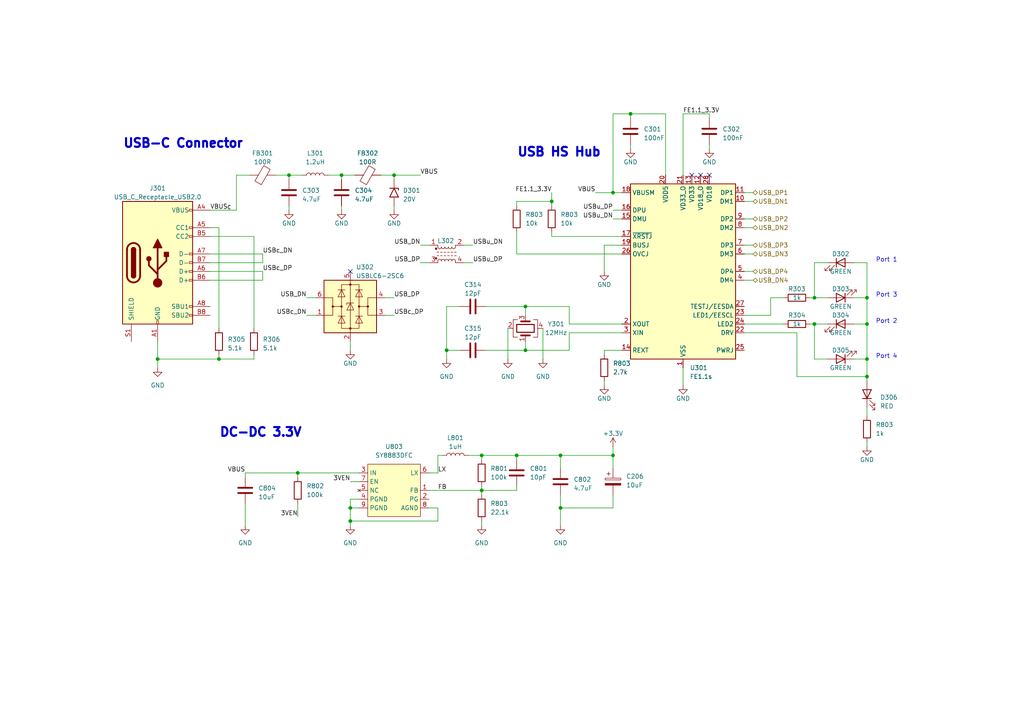
<source format=kicad_sch>
(kicad_sch (version 20230121) (generator eeschema)
  (paper "A4")
  (title_block (title "STM32 USB Audio Interface - USB and Power Supply") (date "2023-04-15") (rev "A"))
  (lib_symbols
    (symbol "Connector:USB_C_Receptacle_USB2.0" (pin_names (offset 1.016))
      (property "Reference" "J" (at -10.16 19.05 0))
      (property "Value" "USB_C_Receptacle_USB2.0" (at 19.05 19.05 0))
      (symbol "USB_C_Receptacle_USB2.0_0_0"
        (rectangle (start -0.254 -17.78) (end 0.254 -16.764))
        (rectangle (start 10.16 -14.986) (end 9.144 -15.494))
        (rectangle (start 10.16 -12.446) (end 9.144 -12.954))
        (rectangle (start 10.16 -4.826) (end 9.144 -5.334))
        (rectangle (start 10.16 -2.286) (end 9.144 -2.794))
        (rectangle (start 10.16 0.254) (end 9.144 -0.254))
        (rectangle (start 10.16 2.794) (end 9.144 2.286))
        (rectangle (start 10.16 7.874) (end 9.144 7.366))
        (rectangle (start 10.16 10.414) (end 9.144 9.906))
        (rectangle (start 10.16 15.494) (end 9.144 14.986))
      )
      (symbol "USB_C_Receptacle_USB2.0_0_1"
        (rectangle (start -10.16 17.78) (end 10.16 -17.78) (stroke (width 0.254)) (fill (type background)))
        (arc (start -8.89 -3.81) (mid -6.985 -5.7067) (end -5.08 -3.81) (stroke (width 0.508)))
        (arc (start -7.62 -3.81) (mid -6.985 -4.4423) (end -6.35 -3.81) (stroke (width 0.254)))
        (arc (start -7.62 -3.81) (mid -6.985 -4.4423) (end -6.35 -3.81) (stroke (width 0.254)) (fill (type outline)))
        (rectangle (start -7.62 -3.81) (end -6.35 3.81) (stroke (width 0.254)) (fill (type outline)))
        (arc (start -6.35 3.81) (mid -6.985 4.4423) (end -7.62 3.81) (stroke (width 0.254)))
        (arc (start -6.35 3.81) (mid -6.985 4.4423) (end -7.62 3.81) (stroke (width 0.254)) (fill (type outline)))
        (arc (start -5.08 3.81) (mid -6.985 5.7067) (end -8.89 3.81) (stroke (width 0.508)))
        (circle (center -2.54 1.143) (radius 0.635) (stroke (width 0.254)) (fill (type outline)))
        (circle (center 0 -5.842) (radius 1.27) (fill (type outline)))
        (polyline (pts (xy -8.89 -3.81) (xy -8.89 3.81)) (stroke (width 0.508)))
        (polyline (pts (xy -5.08 3.81) (xy -5.08 -3.81)) (stroke (width 0.508)))
        (polyline (pts (xy 0 -5.842) (xy 0 4.318)) (stroke (width 0.508)))
        (polyline (pts (xy 0 -3.302) (xy -2.54 -0.762) (xy -2.54 0.508)) (stroke (width 0.508)))
        (polyline (pts (xy 0 -2.032) (xy 2.54 0.508) (xy 2.54 1.778)) (stroke (width 0.508)))
        (polyline (pts (xy -1.27 4.318) (xy 0 6.858) (xy 1.27 4.318) (xy -1.27 4.318)) (stroke (width 0.254)) (fill (type outline)))
        (rectangle (start 1.905 1.778) (end 3.175 3.048) (stroke (width 0.254)) (fill (type outline)))
      )
      (symbol "USB_C_Receptacle_USB2.0_1_1"
        (pin passive line (at 0 -22.86 90) (length 5.08) (name "GND") (number "A1"))
        (pin passive line (at 0 -22.86 90) (length 5.08) hide (name "GND") (number "A12"))
        (pin passive line (at 15.24 15.24 180) (length 5.08) (name "VBUS") (number "A4"))
        (pin bidirectional line (at 15.24 10.16 180) (length 5.08) (name "CC1") (number "A5"))
        (pin bidirectional line (at 15.24 -2.54 180) (length 5.08) (name "D+") (number "A6"))
        (pin bidirectional line (at 15.24 2.54 180) (length 5.08) (name "D-") (number "A7"))
        (pin bidirectional line (at 15.24 -12.7 180) (length 5.08) (name "SBU1") (number "A8"))
        (pin passive line (at 15.24 15.24 180) (length 5.08) hide (name "VBUS") (number "A9"))
        (pin passive line (at 0 -22.86 90) (length 5.08) hide (name "GND") (number "B1"))
        (pin passive line (at 0 -22.86 90) (length 5.08) hide (name "GND") (number "B12"))
        (pin passive line (at 15.24 15.24 180) (length 5.08) hide (name "VBUS") (number "B4"))
        (pin bidirectional line (at 15.24 7.62 180) (length 5.08) (name "CC2") (number "B5"))
        (pin bidirectional line (at 15.24 -5.08 180) (length 5.08) (name "D+") (number "B6"))
        (pin bidirectional line (at 15.24 0 180) (length 5.08) (name "D-") (number "B7"))
        (pin bidirectional line (at 15.24 -15.24 180) (length 5.08) (name "SBU2") (number "B8"))
        (pin passive line (at 15.24 15.24 180) (length 5.08) hide (name "VBUS") (number "B9"))
        (pin passive line (at -7.62 -22.86 90) (length 5.08) (name "SHIELD") (number "S1"))
      )
    )
    (symbol "Device:C" (pin_numbers hide) (pin_names (offset 0.254))
      (property "Reference" "C" (at 0.635 2.54 0))
      (property "Value" "C" (at 0.635 -2.54 0))
      (symbol "C_0_1"
        (polyline (pts (xy -2.032 -0.762) (xy 2.032 -0.762)) (stroke (width 0.508)))
        (polyline (pts (xy -2.032 0.762) (xy 2.032 0.762)) (stroke (width 0.508)))
      )
      (symbol "C_1_1"
        (pin passive line (at 0 3.81 270) (length 2.794) (name "~") (number "1"))
        (pin passive line (at 0 -3.81 90) (length 2.794) (name "~") (number "2"))
      )
    )
    (symbol "Device:C_Polarized" (pin_numbers hide) (pin_names (offset 0.254))
      (property "Reference" "C" (at 0.635 2.54 0))
      (property "Value" "C_Polarized" (at 0.635 -2.54 0))
      (symbol "C_Polarized_0_1"
        (rectangle (start -2.286 0.508) (end 2.286 1.016))
        (polyline (pts (xy -1.778 2.286) (xy -0.762 2.286)))
        (polyline (pts (xy -1.27 2.794) (xy -1.27 1.778)))
        (rectangle (start 2.286 -0.508) (end -2.286 -1.016) (fill (type outline)))
      )
      (symbol "C_Polarized_1_1"
        (pin passive line (at 0 3.81 270) (length 2.794) (name "~") (number "1"))
        (pin passive line (at 0 -3.81 90) (length 2.794) (name "~") (number "2"))
      )
    )
    (symbol "Device:Crystal_GND24" (pin_names (offset 1.016) hide)
      (property "Reference" "Y" (at 3.175 5.08 0))
      (property "Value" "Crystal_GND24" (at 3.175 3.175 0))
      (symbol "Crystal_GND24_0_1"
        (rectangle (start -1.143 2.54) (end 1.143 -2.54) (stroke (width 0.3048)))
        (polyline (pts (xy -2.54 0) (xy -2.032 0)))
        (polyline (pts (xy -2.032 -1.27) (xy -2.032 1.27)) (stroke (width 0.508)))
        (polyline (pts (xy 0 -3.81) (xy 0 -3.556)))
        (polyline (pts (xy 0 3.556) (xy 0 3.81)))
        (polyline (pts (xy 2.032 -1.27) (xy 2.032 1.27)) (stroke (width 0.508)))
        (polyline (pts (xy 2.032 0) (xy 2.54 0)))
        (polyline (pts (xy -2.54 -2.286) (xy -2.54 -3.556) (xy 2.54 -3.556) (xy 2.54 -2.286)))
        (polyline (pts (xy -2.54 2.286) (xy -2.54 3.556) (xy 2.54 3.556) (xy 2.54 2.286)))
      )
      (symbol "Crystal_GND24_1_1"
        (pin passive line (at -3.81 0 0) (length 1.27) (name "1") (number "1"))
        (pin passive line (at 0 5.08 270) (length 1.27) (name "2") (number "2"))
        (pin passive line (at 3.81 0 180) (length 1.27) (name "3") (number "3"))
        (pin passive line (at 0 -5.08 90) (length 1.27) (name "4") (number "4"))
      )
    )
    (symbol "Device:FerriteBead" (pin_numbers hide) (pin_names (offset 0))
      (property "Reference" "FB" (at -3.81 0.635 90))
      (property "Value" "FerriteBead" (at 3.81 0 90))
      (symbol "FerriteBead_0_1"
        (polyline (pts (xy 0 -1.27) (xy 0 -1.2192)))
        (polyline (pts (xy 0 1.27) (xy 0 1.2954)))
        (polyline (pts (xy -2.7686 0.4064) (xy -1.7018 2.2606) (xy 2.7686 -0.3048) (xy 1.6764 -2.159) (xy -2.7686 0.4064)))
      )
      (symbol "FerriteBead_1_1"
        (pin passive line (at 0 3.81 270) (length 2.54) (name "~") (number "1"))
        (pin passive line (at 0 -3.81 90) (length 2.54) (name "~") (number "2"))
      )
    )
    (symbol "Device:L" (pin_numbers hide) (pin_names (offset 1.016) hide)
      (property "Reference" "L" (at -1.27 0 90))
      (property "Value" "L" (at 1.905 0 90))
      (symbol "L_0_1"
        (arc (start 0 -2.54) (mid 0.6323 -1.905) (end 0 -1.27))
        (arc (start 0 -1.27) (mid 0.6323 -0.635) (end 0 0))
        (arc (start 0 0) (mid 0.6323 0.635) (end 0 1.27))
        (arc (start 0 1.27) (mid 0.6323 1.905) (end 0 2.54))
      )
      (symbol "L_1_1"
        (pin passive line (at 0 3.81 270) (length 1.27) (name "1") (number "1"))
        (pin passive line (at 0 -3.81 90) (length 1.27) (name "2") (number "2"))
      )
    )
    (symbol "Device:LED" (pin_numbers hide) (pin_names (offset 1.016) hide)
      (property "Reference" "D" (at 0 2.54 0))
      (property "Value" "LED" (at 0 -2.54 0))
      (symbol "LED_0_1"
        (polyline (pts (xy -1.27 -1.27) (xy -1.27 1.27)) (stroke (width 0.254)))
        (polyline (pts (xy -1.27 0) (xy 1.27 0)))
        (polyline (pts (xy 1.27 -1.27) (xy 1.27 1.27) (xy -1.27 0) (xy 1.27 -1.27)) (stroke (width 0.254)))
        (polyline (pts (xy -3.048 -0.762) (xy -4.572 -2.286) (xy -3.81 -2.286) (xy -4.572 -2.286) (xy -4.572 -1.524)))
        (polyline (pts (xy -1.778 -0.762) (xy -3.302 -2.286) (xy -2.54 -2.286) (xy -3.302 -2.286) (xy -3.302 -1.524)))
      )
      (symbol "LED_1_1"
        (pin passive line (at -3.81 0 0) (length 2.54) (name "K") (number "1"))
        (pin passive line (at 3.81 0 180) (length 2.54) (name "A") (number "2"))
      )
    )
    (symbol "Device:L_Ferrite_Coupled" (pin_names (offset 0.254) hide)
      (property "Reference" "L" (at 0 4.445 0))
      (property "Value" "L_Ferrite_Coupled" (at 0 -4.445 0))
      (symbol "L_Ferrite_Coupled_0_1"
        (circle (center -3.048 -1.27) (radius 0.254) (fill (type outline)))
        (circle (center -3.048 1.524) (radius 0.254) (fill (type outline)))
        (arc (start -2.54 2.032) (mid -2.032 1.5262) (end -1.524 2.032))
        (arc (start -1.524 -2.032) (mid -2.032 -1.5262) (end -2.54 -2.032))
        (arc (start -1.524 2.032) (mid -1.016 1.5262) (end -0.508 2.032))
        (arc (start -0.508 -2.032) (mid -1.016 -1.5262) (end -1.524 -2.032))
        (arc (start -0.508 2.032) (mid 0 1.5262) (end 0.508 2.032))
        (polyline (pts (xy -2.794 -0.508) (xy -2.286 -0.508)))
        (polyline (pts (xy -2.794 0.508) (xy -2.286 0.508)))
        (polyline (pts (xy -2.54 -2.032) (xy -2.54 -2.54)))
        (polyline (pts (xy -2.54 2.032) (xy -2.54 2.54)))
        (polyline (pts (xy -1.778 -0.508) (xy -1.27 -0.508)))
        (polyline (pts (xy -1.778 0.508) (xy -1.27 0.508)))
        (polyline (pts (xy -0.762 -0.508) (xy -0.254 -0.508)))
        (polyline (pts (xy -0.762 0.508) (xy -0.254 0.508)))
        (polyline (pts (xy 0.254 -0.508) (xy 0.762 -0.508)))
        (polyline (pts (xy 0.254 0.508) (xy 0.762 0.508)))
        (polyline (pts (xy 1.27 -0.508) (xy 1.778 -0.508)))
        (polyline (pts (xy 1.27 0.508) (xy 1.778 0.508)))
        (polyline (pts (xy 2.286 -0.508) (xy 2.794 -0.508)))
        (polyline (pts (xy 2.286 0.508) (xy 2.794 0.508)))
        (polyline (pts (xy 2.54 -2.032) (xy 2.54 -2.54)))
        (polyline (pts (xy 2.54 2.54) (xy 2.54 2.032)))
        (arc (start 0.508 -2.032) (mid 0 -1.5262) (end -0.508 -2.032))
        (arc (start 0.508 2.032) (mid 1.016 1.5262) (end 1.524 2.032))
        (arc (start 1.524 -2.032) (mid 1.016 -1.5262) (end 0.508 -2.032))
        (arc (start 1.524 2.032) (mid 2.032 1.5262) (end 2.54 2.032))
        (arc (start 2.54 -2.032) (mid 2.032 -1.5262) (end 1.524 -2.032))
      )
      (symbol "L_Ferrite_Coupled_1_1"
        (pin passive line (at -5.08 2.54 0) (length 2.54) (name "1") (number "1"))
        (pin passive line (at 5.08 2.54 180) (length 2.54) (name "2") (number "2"))
        (pin passive line (at -5.08 -2.54 0) (length 2.54) (name "3") (number "3"))
        (pin passive line (at 5.08 -2.54 180) (length 2.54) (name "4") (number "4"))
      )
    )
    (symbol "Device:R" (pin_numbers hide) (pin_names (offset 0))
      (property "Reference" "R" (at 2.032 0 90))
      (property "Value" "R" (at 0 0 90))
      (symbol "R_0_1"
        (rectangle (start -1.016 -2.54) (end 1.016 2.54) (stroke (width 0.254)))
      )
      (symbol "R_1_1"
        (pin passive line (at 0 3.81 270) (length 1.27) (name "~") (number "1"))
        (pin passive line (at 0 -3.81 90) (length 1.27) (name "~") (number "2"))
      )
    )
    (symbol "Diode:SM6T22A" (pin_numbers hide) (pin_names (offset 1.016) hide)
      (property "Reference" "D" (at 0 2.54 0))
      (property "Value" "SM6T22A" (at 0 -2.54 0))
      (symbol "SM6T22A_0_1"
        (polyline (pts (xy -0.762 1.27) (xy -1.27 1.27) (xy -1.27 -1.27)) (stroke (width 0.254)))
        (polyline (pts (xy 1.27 1.27) (xy 1.27 -1.27) (xy -1.27 0) (xy 1.27 1.27)) (stroke (width 0.254)))
      )
      (symbol "SM6T22A_1_1"
        (pin passive line (at -3.81 0 0) (length 2.54) (name "A1") (number "1"))
        (pin passive line (at 3.81 0 180) (length 2.54) (name "A2") (number "2"))
      )
    )
    (symbol "GND_1" (power) (pin_names (offset 0))
      (property "Value" "GND_1" (at 0 -3.81 0))
      (symbol "GND_1_0_1"
        (polyline (pts (xy 0 0) (xy 0 -1.27) (xy 1.27 -1.27) (xy 0 -2.54) (xy -1.27 -1.27) (xy 0 -1.27)))
      )
      (symbol "GND_1_1_1"
        (pin power_in line (at 0 0 270) (length 0) hide (name "GND") (number "1"))
      )
    )
    (symbol "GND_2" (power) (pin_names (offset 0))
      (property "Value" "GND_2" (at 0 -3.81 0))
      (symbol "GND_2_0_1"
        (polyline (pts (xy 0 0) (xy 0 -1.27) (xy 1.27 -1.27) (xy 0 -2.54) (xy -1.27 -1.27) (xy 0 -1.27)))
      )
      (symbol "GND_2_1_1"
        (pin power_in line (at 0 0 270) (length 0) hide (name "GND") (number "1"))
      )
    )
    (symbol "Interface_USB:FE1.1s"
      (property "Reference" "U" (at -11.43 26.67 0))
      (property "Value" "FE1.1s" (at 12.7 27.94 0))
      (symbol "FE1.1s_0_1"
        (rectangle (start -15.24 25.4) (end 15.24 -25.4) (stroke (width 0.254)) (fill (type background)))
      )
      (symbol "FE1.1s_1_1"
        (pin power_in line (at 0 -27.94 90) (length 2.54) (name "VSS") (number "1"))
        (pin bidirectional line (at 17.78 20.32 180) (length 2.54) (name "DM1") (number "10"))
        (pin bidirectional line (at 17.78 22.86 180) (length 2.54) (name "DP1") (number "11"))
        (pin power_out line (at 5.08 27.94 270) (length 2.54) (name "VD18_O") (number "12"))
        (pin power_in line (at 2.54 27.94 270) (length 2.54) (name "VD33") (number "13"))
        (pin passive line (at -17.78 -22.86 0) (length 2.54) (name "REXT") (number "14"))
        (pin bidirectional line (at -17.78 15.24 0) (length 2.54) (name "DMU") (number "15"))
        (pin bidirectional line (at -17.78 17.78 0) (length 2.54) (name "DPU") (number "16"))
        (pin input line (at -17.78 10.16 0) (length 2.54) (name "~{XRSTJ}") (number "17"))
        (pin input line (at -17.78 22.86 0) (length 2.54) (name "VBUSM") (number "18"))
        (pin input line (at -17.78 7.62 0) (length 2.54) (name "BUSJ") (number "19"))
        (pin output line (at -17.78 -15.24 0) (length 2.54) (name "XOUT") (number "2"))
        (pin power_in line (at -5.08 27.94 270) (length 2.54) (name "VDD5") (number "20"))
        (pin power_out line (at 0 27.94 270) (length 2.54) (name "VD33_O") (number "21"))
        (pin bidirectional line (at 17.78 -17.78 180) (length 2.54) (name "DRV") (number "22"))
        (pin bidirectional line (at 17.78 -12.7 180) (length 2.54) (name "LED1/EESCL") (number "23"))
        (pin bidirectional line (at 17.78 -15.24 180) (length 2.54) (name "LED2") (number "24"))
        (pin output line (at 17.78 -22.86 180) (length 2.54) (name "PWRJ") (number "25"))
        (pin input line (at -17.78 5.08 0) (length 2.54) (name "OVCJ") (number "26"))
        (pin bidirectional line (at 17.78 -10.16 180) (length 2.54) (name "TESTJ/EESDA") (number "27"))
        (pin power_in line (at 7.62 27.94 270) (length 2.54) (name "VD18") (number "28"))
        (pin input line (at -17.78 -17.78 0) (length 2.54) (name "XIN") (number "3"))
        (pin bidirectional line (at 17.78 -2.54 180) (length 2.54) (name "DM4") (number "4"))
        (pin bidirectional line (at 17.78 0 180) (length 2.54) (name "DP4") (number "5"))
        (pin bidirectional line (at 17.78 5.08 180) (length 2.54) (name "DM3") (number "6"))
        (pin bidirectional line (at 17.78 7.62 180) (length 2.54) (name "DP3") (number "7"))
        (pin bidirectional line (at 17.78 12.7 180) (length 2.54) (name "DM2") (number "8"))
        (pin bidirectional line (at 17.78 15.24 180) (length 2.54) (name "DP2") (number "9"))
      )
    )
    (symbol "MyLibrary:SY8883DFC"
      (property "Reference" "U" (at 0 11.43 0))
      (property "Value" "SY8883DFC" (at 0 8.89 0))
      (symbol "SY8883DFC_0_0"
        (pin input line (at 10.16 0 180) (length 2.54) (name "FB") (number "1"))
        (pin open_emitter line (at 10.16 -2.54 180) (length 2.54) (name "PG") (number "2"))
        (pin power_in line (at -10.16 5.08 0) (length 2.54) (name "IN") (number "3"))
        (pin power_in line (at -10.16 -2.54 0) (length 2.54) (name "PGND") (number "4"))
        (pin no_connect line (at -10.16 0 0) (length 2.54) (name "NC") (number "5"))
        (pin power_out line (at 10.16 5.08 180) (length 2.54) (name "LX") (number "6"))
        (pin input line (at -10.16 2.54 0) (length 2.54) (name "EN") (number "7"))
        (pin power_in line (at 10.16 -5.08 180) (length 2.54) (name "AGND") (number "8"))
        (pin power_in line (at -10.16 -5.08 0) (length 2.54) (name "PGND") (number "9"))
      )
      (symbol "SY8883DFC_0_1"
        (rectangle (start -7.62 7.62) (end 7.62 -7.62) (fill (type background)))
      )
    )
    (symbol "Power_Protection:USBLC6-2SC6" (pin_names hide)
      (property "Reference" "U" (at 2.54 8.89 0))
      (property "Value" "USBLC6-2SC6" (at 2.54 -8.89 0))
      (symbol "USBLC6-2SC6_0_1"
        (rectangle (start -7.62 -7.62) (end 7.62 7.62) (stroke (width 0.254)) (fill (type background)))
        (circle (center -5.08 0) (radius 0.254) (fill (type outline)))
        (circle (center -2.54 0) (radius 0.254) (fill (type outline)))
        (rectangle (start -2.54 6.35) (end 2.54 -6.35))
        (circle (center 0 -6.35) (radius 0.254) (fill (type outline)))
        (polyline (pts (xy -5.08 -2.54) (xy -7.62 -2.54)))
        (polyline (pts (xy -5.08 0) (xy -5.08 -2.54)))
        (polyline (pts (xy -5.08 2.54) (xy -7.62 2.54)))
        (polyline (pts (xy -1.524 -2.794) (xy -3.556 -2.794)))
        (polyline (pts (xy -1.524 4.826) (xy -3.556 4.826)))
        (polyline (pts (xy 0 -7.62) (xy 0 -6.35)))
        (polyline (pts (xy 0 -6.35) (xy 0 1.27)))
        (polyline (pts (xy 0 1.27) (xy 0 6.35)))
        (polyline (pts (xy 0 6.35) (xy 0 7.62)))
        (polyline (pts (xy 1.524 -2.794) (xy 3.556 -2.794)))
        (polyline (pts (xy 1.524 4.826) (xy 3.556 4.826)))
        (polyline (pts (xy 5.08 -2.54) (xy 7.62 -2.54)))
        (polyline (pts (xy 5.08 0) (xy 5.08 -2.54)))
        (polyline (pts (xy 5.08 2.54) (xy 7.62 2.54)))
        (polyline (pts (xy -2.54 0) (xy -5.08 0) (xy -5.08 2.54)))
        (polyline (pts (xy 2.54 0) (xy 5.08 0) (xy 5.08 2.54)))
        (polyline (pts (xy -3.556 -4.826) (xy -1.524 -4.826) (xy -2.54 -2.794) (xy -3.556 -4.826)))
        (polyline (pts (xy -3.556 2.794) (xy -1.524 2.794) (xy -2.54 4.826) (xy -3.556 2.794)))
        (polyline (pts (xy -1.016 -1.016) (xy 1.016 -1.016) (xy 0 1.016) (xy -1.016 -1.016)))
        (polyline (pts (xy 1.016 1.016) (xy 0.762 1.016) (xy -1.016 1.016) (xy -1.016 0.508)))
        (polyline (pts (xy 3.556 -4.826) (xy 1.524 -4.826) (xy 2.54 -2.794) (xy 3.556 -4.826)))
        (polyline (pts (xy 3.556 2.794) (xy 1.524 2.794) (xy 2.54 4.826) (xy 3.556 2.794)))
        (circle (center 0 6.35) (radius 0.254) (fill (type outline)))
        (circle (center 2.54 0) (radius 0.254) (fill (type outline)))
        (circle (center 5.08 0) (radius 0.254) (fill (type outline)))
      )
      (symbol "USBLC6-2SC6_1_1"
        (pin passive line (at -10.16 -2.54 0) (length 2.54) (name "I/O1") (number "1"))
        (pin passive line (at 0 -10.16 90) (length 2.54) (name "GND") (number "2"))
        (pin passive line (at 10.16 -2.54 180) (length 2.54) (name "I/O2") (number "3"))
        (pin passive line (at 10.16 2.54 180) (length 2.54) (name "I/O2") (number "4"))
        (pin passive line (at 0 10.16 270) (length 2.54) (name "VBUS") (number "5"))
        (pin passive line (at -10.16 2.54 0) (length 2.54) (name "I/O1") (number "6"))
      )
    )
    (symbol "power:+3.3V" (power) (pin_names (offset 0))
      (property "Value" "+3.3V" (at 0 3.556 0))
      (symbol "+3.3V_0_1"
        (polyline (pts (xy -0.762 1.27) (xy 0 2.54)))
        (polyline (pts (xy 0 0) (xy 0 2.54)))
        (polyline (pts (xy 0 2.54) (xy 0.762 1.27)))
      )
      (symbol "+3.3V_1_1"
        (pin power_in line (at 0 0 90) (length 0) hide (name "+3.3V") (number "1"))
      )
    )
    (symbol "power:GND" (power) (pin_names (offset 0))
      (property "Value" "GND" (at 0 -3.81 0))
      (symbol "GND_0_1"
        (polyline (pts (xy 0 0) (xy 0 -1.27) (xy 1.27 -1.27) (xy 0 -2.54) (xy -1.27 -1.27) (xy 0 -1.27)))
      )
      (symbol "GND_1_1"
        (pin power_in line (at 0 0 270) (length 0) hide (name "GND") (number "1"))
      )
    )
  )
  (junction (at 101.6 151.13))
  (junction (at 177.8 55.88))
  (junction (at 86.36 137.16))
  (junction (at 63.5 104.14))
  (junction (at 162.56 132.08))
  (junction (at 160.02 58.42))
  (junction (at 251.46 109.22))
  (junction (at 83.82 50.8))
  (junction (at 101.6 147.32))
  (junction (at 139.7 142.24))
  (junction (at 177.8 132.08))
  (junction (at 251.46 93.98))
  (junction (at 182.88 33.02))
  (junction (at 236.22 93.98))
  (junction (at 251.46 86.36))
  (junction (at 152.4 101.6))
  (junction (at 114.3 50.8))
  (junction (at 139.7 132.08))
  (junction (at 251.46 104.14))
  (junction (at 152.4 88.9))
  (junction (at 149.86 132.08))
  (junction (at 236.22 86.36))
  (junction (at 99.06 50.8))
  (junction (at 162.56 147.32))
  (junction (at 45.72 104.14))
  (junction (at 129.54 101.6))
  (no_connect (at 200.66 50.8))
  (no_connect (at 101.6 78.74))
  (no_connect (at 203.2 50.8))
  (no_connect (at 205.74 50.8))
  (wire (pts (xy 177.8 135.89) (xy 177.8 132.08)))
  (wire (pts (xy 193.04 33.02) (xy 193.04 50.8)))
  (wire (pts (xy 175.26 101.6) (xy 180.34 101.6)))
  (wire (pts (xy 180.34 96.52) (xy 165.1 96.52)))
  (wire (pts (xy 165.1 96.52) (xy 165.1 101.6)))
  (wire (pts (xy 83.82 50.8) (xy 87.63 50.8)))
  (wire (pts (xy 162.56 143.51) (xy 162.56 147.32)))
  (wire (pts (xy 251.46 93.98) (xy 251.46 104.14)))
  (wire (pts (xy 101.6 151.13) (xy 101.6 152.4)))
  (wire (pts (xy 223.52 86.36) (xy 227.33 86.36)))
  (wire (pts (xy 101.6 99.06) (xy 101.6 101.6)))
  (wire (pts (xy 80.01 50.8) (xy 83.82 50.8)))
  (wire (pts (xy 86.36 146.05) (xy 86.36 149.86)))
  (wire (pts (xy 114.3 59.69) (xy 114.3 60.96)))
  (wire (pts (xy 135.89 132.08) (xy 139.7 132.08)))
  (wire (pts (xy 99.06 50.8) (xy 102.87 50.8)))
  (wire (pts (xy 152.4 88.9) (xy 165.1 88.9)))
  (wire (pts (xy 139.7 132.08) (xy 139.7 133.35)))
  (wire (pts (xy 124.46 142.24) (xy 139.7 142.24)))
  (wire (pts (xy 86.36 137.16) (xy 104.14 137.16)))
  (wire (pts (xy 149.86 132.08) (xy 139.7 132.08)))
  (wire (pts (xy 251.46 104.14) (xy 251.46 109.22)))
  (wire (pts (xy 152.4 99.06) (xy 152.4 101.6)))
  (wire (pts (xy 236.22 76.2) (xy 236.22 86.36)))
  (wire (pts (xy 175.26 110.49) (xy 175.26 111.76)))
  (wire (pts (xy 127 132.08) (xy 128.27 132.08)))
  (wire (pts (xy 124.46 76.2) (xy 121.92 76.2)))
  (wire (pts (xy 177.8 143.51) (xy 177.8 147.32)))
  (wire (pts (xy 182.88 33.02) (xy 193.04 33.02)))
  (wire (pts (xy 140.97 101.6) (xy 152.4 101.6)))
  (wire (pts (xy 99.06 52.07) (xy 99.06 50.8)))
  (wire (pts (xy 205.74 41.91) (xy 205.74 43.18)))
  (wire (pts (xy 127 151.13) (xy 101.6 151.13)))
  (wire (pts (xy 73.66 68.58) (xy 73.66 95.25)))
  (wire (pts (xy 45.72 99.06) (xy 45.72 104.14)))
  (wire (pts (xy 60.96 68.58) (xy 73.66 68.58)))
  (wire (pts (xy 198.12 106.68) (xy 198.12 111.76)))
  (wire (pts (xy 147.32 104.14) (xy 147.32 95.25)))
  (wire (pts (xy 223.52 91.44) (xy 223.52 86.36)))
  (wire (pts (xy 240.03 93.98) (xy 236.22 93.98)))
  (wire (pts (xy 68.58 50.8) (xy 72.39 50.8)))
  (wire (pts (xy 251.46 109.22) (xy 231.14 109.22)))
  (wire (pts (xy 251.46 120.65) (xy 251.46 118.11)))
  (wire (pts (xy 160.02 58.42) (xy 160.02 59.69)))
  (wire (pts (xy 177.8 55.88) (xy 180.34 55.88)))
  (wire (pts (xy 83.82 59.69) (xy 83.82 60.96)))
  (wire (pts (xy 177.8 55.88) (xy 177.8 33.02)))
  (wire (pts (xy 218.44 78.74) (xy 215.9 78.74)))
  (wire (pts (xy 218.44 66.04) (xy 215.9 66.04)))
  (wire (pts (xy 234.95 93.98) (xy 236.22 93.98)))
  (wire (pts (xy 149.86 133.35) (xy 149.86 132.08)))
  (wire (pts (xy 198.12 33.02) (xy 205.74 33.02)))
  (wire (pts (xy 149.86 58.42) (xy 149.86 59.69)))
  (wire (pts (xy 182.88 33.02) (xy 182.88 34.29)))
  (wire (pts (xy 215.9 93.98) (xy 227.33 93.98)))
  (wire (pts (xy 165.1 88.9) (xy 165.1 93.98)))
  (wire (pts (xy 162.56 132.08) (xy 177.8 132.08)))
  (wire (pts (xy 160.02 55.88) (xy 160.02 58.42)))
  (wire (pts (xy 231.14 109.22) (xy 231.14 96.52)))
  (wire (pts (xy 45.72 104.14) (xy 45.72 106.68)))
  (wire (pts (xy 234.95 86.36) (xy 236.22 86.36)))
  (wire (pts (xy 63.5 95.25) (xy 63.5 66.04)))
  (wire (pts (xy 129.54 101.6) (xy 133.35 101.6)))
  (wire (pts (xy 162.56 132.08) (xy 149.86 132.08)))
  (wire (pts (xy 139.7 142.24) (xy 139.7 143.51)))
  (wire (pts (xy 129.54 104.14) (xy 129.54 101.6)))
  (wire (pts (xy 71.12 146.05) (xy 71.12 152.4)))
  (wire (pts (xy 88.9 86.36) (xy 91.44 86.36)))
  (wire (pts (xy 124.46 71.12) (xy 121.92 71.12)))
  (wire (pts (xy 111.76 86.36) (xy 114.3 86.36)))
  (wire (pts (xy 251.46 104.14) (xy 247.65 104.14)))
  (wire (pts (xy 104.14 144.78) (xy 101.6 144.78)))
  (wire (pts (xy 45.72 104.14) (xy 63.5 104.14)))
  (wire (pts (xy 218.44 73.66) (xy 215.9 73.66)))
  (wire (pts (xy 104.14 147.32) (xy 101.6 147.32)))
  (wire (pts (xy 63.5 66.04) (xy 60.96 66.04)))
  (wire (pts (xy 218.44 71.12) (xy 215.9 71.12)))
  (wire (pts (xy 240.03 76.2) (xy 236.22 76.2)))
  (wire (pts (xy 149.86 140.97) (xy 149.86 142.24)))
  (wire (pts (xy 114.3 50.8) (xy 110.49 50.8)))
  (wire (pts (xy 177.8 33.02) (xy 182.88 33.02)))
  (wire (pts (xy 76.2 78.74) (xy 76.2 81.28)))
  (wire (pts (xy 124.46 147.32) (xy 127 147.32)))
  (wire (pts (xy 60.96 81.28) (xy 76.2 81.28)))
  (wire (pts (xy 114.3 50.8) (xy 121.92 50.8)))
  (wire (pts (xy 137.16 76.2) (xy 134.62 76.2)))
  (wire (pts (xy 71.12 137.16) (xy 86.36 137.16)))
  (wire (pts (xy 251.46 76.2) (xy 251.46 86.36)))
  (wire (pts (xy 205.74 33.02) (xy 205.74 34.29)))
  (wire (pts (xy 73.66 102.87) (xy 73.66 104.14)))
  (wire (pts (xy 247.65 76.2) (xy 251.46 76.2)))
  (wire (pts (xy 152.4 101.6) (xy 165.1 101.6)))
  (wire (pts (xy 182.88 41.91) (xy 182.88 43.18)))
  (wire (pts (xy 127 137.16) (xy 127 132.08)))
  (wire (pts (xy 99.06 50.8) (xy 95.25 50.8)))
  (wire (pts (xy 218.44 55.88) (xy 215.9 55.88)))
  (wire (pts (xy 60.96 60.96) (xy 68.58 60.96)))
  (wire (pts (xy 180.34 68.58) (xy 160.02 68.58)))
  (wire (pts (xy 127 147.32) (xy 127 151.13)))
  (wire (pts (xy 251.46 86.36) (xy 251.46 93.98)))
  (wire (pts (xy 215.9 91.44) (xy 223.52 91.44)))
  (wire (pts (xy 101.6 147.32) (xy 101.6 151.13)))
  (wire (pts (xy 114.3 52.07) (xy 114.3 50.8)))
  (wire (pts (xy 101.6 144.78) (xy 101.6 147.32)))
  (wire (pts (xy 124.46 137.16) (xy 127 137.16)))
  (wire (pts (xy 236.22 86.36) (xy 240.03 86.36)))
  (wire (pts (xy 251.46 86.36) (xy 247.65 86.36)))
  (wire (pts (xy 236.22 93.98) (xy 236.22 104.14)))
  (wire (pts (xy 139.7 140.97) (xy 139.7 142.24)))
  (wire (pts (xy 137.16 71.12) (xy 134.62 71.12)))
  (wire (pts (xy 76.2 73.66) (xy 76.2 76.2)))
  (wire (pts (xy 251.46 129.54) (xy 251.46 128.27)))
  (wire (pts (xy 86.36 138.43) (xy 86.36 137.16)))
  (wire (pts (xy 149.86 142.24) (xy 139.7 142.24)))
  (wire (pts (xy 152.4 91.44) (xy 152.4 88.9)))
  (wire (pts (xy 160.02 68.58) (xy 160.02 67.31)))
  (wire (pts (xy 218.44 81.28) (xy 215.9 81.28)))
  (wire (pts (xy 177.8 63.5) (xy 180.34 63.5)))
  (wire (pts (xy 218.44 58.42) (xy 215.9 58.42)))
  (wire (pts (xy 215.9 96.52) (xy 231.14 96.52)))
  (wire (pts (xy 71.12 137.16) (xy 71.12 138.43)))
  (wire (pts (xy 99.06 59.69) (xy 99.06 60.96)))
  (wire (pts (xy 83.82 50.8) (xy 83.82 52.07)))
  (wire (pts (xy 172.72 55.88) (xy 177.8 55.88)))
  (wire (pts (xy 140.97 88.9) (xy 152.4 88.9)))
  (wire (pts (xy 157.48 95.25) (xy 157.48 104.14)))
  (wire (pts (xy 162.56 147.32) (xy 162.56 152.4)))
  (wire (pts (xy 68.58 60.96) (xy 68.58 50.8)))
  (wire (pts (xy 88.9 91.44) (xy 91.44 91.44)))
  (wire (pts (xy 160.02 58.42) (xy 149.86 58.42)))
  (wire (pts (xy 63.5 102.87) (xy 63.5 104.14)))
  (wire (pts (xy 165.1 93.98) (xy 180.34 93.98)))
  (wire (pts (xy 60.96 73.66) (xy 76.2 73.66)))
  (wire (pts (xy 129.54 101.6) (xy 129.54 88.9)))
  (wire (pts (xy 111.76 91.44) (xy 114.3 91.44)))
  (wire (pts (xy 76.2 78.74) (xy 60.96 78.74)))
  (wire (pts (xy 180.34 73.66) (xy 149.86 73.66)))
  (wire (pts (xy 198.12 50.8) (xy 198.12 33.02)))
  (wire (pts (xy 218.44 63.5) (xy 215.9 63.5)))
  (wire (pts (xy 63.5 104.14) (xy 73.66 104.14)))
  (wire (pts (xy 129.54 88.9) (xy 133.35 88.9)))
  (wire (pts (xy 175.26 101.6) (xy 175.26 102.87)))
  (wire (pts (xy 139.7 151.13) (xy 139.7 152.4)))
  (wire (pts (xy 251.46 109.22) (xy 251.46 110.49)))
  (wire (pts (xy 177.8 129.54) (xy 177.8 132.08)))
  (wire (pts (xy 101.6 139.7) (xy 104.14 139.7)))
  (wire (pts (xy 162.56 135.89) (xy 162.56 132.08)))
  (wire (pts (xy 180.34 71.12) (xy 175.26 71.12)))
  (wire (pts (xy 236.22 104.14) (xy 240.03 104.14)))
  (wire (pts (xy 162.56 147.32) (xy 177.8 147.32)))
  (wire (pts (xy 177.8 60.96) (xy 180.34 60.96)))
  (wire (pts (xy 175.26 71.12) (xy 175.26 78.74)))
  (wire (pts (xy 60.96 76.2) (xy 76.2 76.2)))
  (wire (pts (xy 247.65 93.98) (xy 251.46 93.98)))
  (wire (pts (xy 149.86 73.66) (xy 149.86 67.31)))
  (text "Port 3" (at 254 86.36 0) (effects (font (size 1.27 1.27)) (justify left bottom)))
  (text "USB-C Connector" (at 35.56 43.18 0) (effects (font (size 2.54 2.54) (thickness 0.6) bold) (justify left bottom)))
  (text "USB HS Hub" (at 149.86 45.72 0) (effects (font (size 2.54 2.54) (thickness 0.6) bold) (justify left bottom)))
  (text "Port 2" (at 254 93.98 0) (effects (font (size 1.27 1.27)) (justify left bottom)))
  (text "Port 1" (at 254 76.2 0) (effects (font (size 1.27 1.27)) (justify left bottom)))
  (text "DC-DC 3.3V" (at 63.5 127 0) (effects (font (size 2.54 2.54) (thickness 0.6) bold) (justify left bottom)))
  (text "Port 4" (at 254 104.14 0) (effects (font (size 1.27 1.27)) (justify left bottom)))
  (label "VBUS" (at 71.12 137.16 180))
  (label "USBu_DN" (at 177.8 63.5 180))
  (label "USB_DP" (at 114.3 86.36 0))
  (label "FE1.1_3.3V" (at 198.12 33.02 0))
  (label "USBu_DP" (at 177.8 60.96 180))
  (label "LX" (at 127 137.16 0))
  (label "FE1.1_3.3V" (at 160.02 55.88 180))
  (label "USBc_DN" (at 76.2 73.66 0))
  (label "VBUS" (at 172.72 55.88 180))
  (label "USBc_DP" (at 114.3 91.44 0))
  (label "USBc_DN" (at 88.9 91.44 180))
  (label "VBUS" (at 121.92 50.8 0))
  (label "VBUS_{C}" (at 60.96 60.96 0))
  (label "3VEN" (at 86.36 149.86 180) (property "Intersheetrefs" "${INTERSHEET_REFS}" (effects hide)))
  (label "USBc_DP" (at 76.2 78.74 0))
  (label "USB_DP" (at 121.92 76.2 180))
  (label "FB" (at 127 142.24 0) (property "Intersheetrefs" "${INTERSHEET_REFS}" (effects hide)))
  (label "USB_DN" (at 88.9 86.36 180))
  (label "USBu_DP" (at 137.16 76.2 0))
  (label "3VEN" (at 101.6 139.7 180) (property "Intersheetrefs" "${INTERSHEET_REFS}" (effects hide)))
  (label "USB_DN" (at 121.92 71.12 180))
  (label "USBu_DN" (at 137.16 71.12 0))
  (hierarchical_label "USB_DP1" (shape bidirectional) (at 218.44 55.88 0))
  (hierarchical_label "USB_DN4" (shape bidirectional) (at 218.44 81.28 0))
  (hierarchical_label "USB_DP4" (shape bidirectional) (at 218.44 78.74 0))
  (hierarchical_label "USB_DP2" (shape bidirectional) (at 218.44 63.5 0))
  (hierarchical_label "USB_DN2" (shape bidirectional) (at 218.44 66.04 0))
  (hierarchical_label "USB_DN3" (shape bidirectional) (at 218.44 73.66 0))
  (hierarchical_label "USB_DP3" (shape bidirectional) (at 218.44 71.12 0))
  (hierarchical_label "USB_DN1" (shape bidirectional) (at 218.44 58.42 0))
  (symbol (lib_id "power:+3.3V") (at 177.8 129.54 0) (unit 1)
    (property "Reference" "#PWR0214" (effects hide))
    (property "Value" "+3.3V" (at 177.8 125.73 0))
    (instances (project "Quad_RAK3172_Board" (path "" (reference "#PWR0214") (unit 1))) (project "STM32-USB-Audio-Board" (path "" (reference "#PWR0314") (unit 1))))
  )
  (symbol (lib_id "Device:L") (at 132.08 132.08 90) (unit 1)
    (property "Reference" "L801" (at 132.08 127 90))
    (property "Value" "1uH" (at 132.08 129.54 90))
    (property "Footprint" "Inductor_SMD:L_Sunlord_SWPA4020S" (effects hide))
    (instances (project "Quad_RAK3172_Board" (path "" (reference "L801") (unit 1)) (path "" (reference "L202") (unit 1))) (project "pico-swd-programmer" (path "" (reference "L301") (unit 1))) (project "STM32-USB-Audio-Board" (path "" (reference "L303") (unit 1))) (project "RAK3172-M.2-2230-Mod" (path "" (reference "L401") (unit 1))))
  )
  (symbol (lib_id "Device:R") (at 139.7 147.32 0) (unit 1)
    (property "Reference" "R803" (at 142.24 146.05 0) (effects (justify left)))
    (property "Value" "22.1k" (at 142.24 148.59 0) (effects (justify left)))
    (property "Footprint" "Resistor_SMD:R_0402_1005Metric" (effects hide))
    (instances (project "Quad_RAK3172_Board" (path "" (reference "R803") (unit 1)) (path "" (reference "R205") (unit 1))) (project "pico-swd-programmer" (path "" (reference "R306") (unit 1))) (project "STM32-USB-Audio-Board" (path "" (reference "R311") (unit 1))) (project "RAK3172-M.2-2230-Mod" (path "" (reference "R404") (unit 1))))
  )
  (symbol (lib_id "power:GND") (at 114.3 60.96 0) (unit 1)
    (property "Reference" "#PWR0305" (effects hide))
    (property "Value" "GND" (at 114.3 64.77 0))
  )
  (symbol (lib_id "Device:R") (at 73.66 99.06 0) (unit 1)
    (property "Reference" "R306" (at 76.2 98.425 0) (effects (justify left)))
    (property "Value" "5.1k" (at 76.2 100.965 0) (effects (justify left)))
    (property "Footprint" "Resistor_SMD:R_0402_1005Metric" (effects hide))
  )
  (symbol (lib_id "Device:LED") (at 243.84 86.36 180) (unit 1)
    (property "Reference" "D303" (at 243.84 83.82 0))
    (property "Value" "GREEN" (at 243.84 88.9 0))
    (property "Footprint" "LED_SMD:LED_0603_1608Metric" (effects hide))
  )
  (symbol (lib_id "power:GND") (at 205.74 43.18 0) (unit 1)
    (property "Reference" "#PWR0302" (effects hide))
    (property "Value" "GND" (at 205.74 46.99 0))
  )
  (symbol (lib_id "Device:FerriteBead") (at 106.68 50.8 90) (unit 1)
    (property "Reference" "FB302" (at 106.6292 44.45 90))
    (property "Value" "100R" (at 106.6292 46.99 90))
    (property "Footprint" "Inductor_SMD:L_0805_2012Metric" (effects hide))
  )
  (symbol (lib_id "Diode:SM6T22A") (at 114.3 55.88 270) (unit 1)
    (property "Reference" "D301" (at 116.84 55.245 90) (effects (justify left)))
    (property "Value" "20V" (at 116.84 57.785 90) (effects (justify left)))
    (property "Footprint" "Diode_SMD:D_SOD-123F" (effects hide))
  )
  (symbol (lib_id "power:GND") (at 157.48 104.14 0) (unit 1)
    (property "Reference" "#PWR0318" (effects hide))
    (property "Value" "GND" (at 157.48 109.22 0))
    (instances (project "Quad_RAK3172_Board" (path "" (reference "#PWR0318") (unit 1))) (project "STM32-USB-Audio-Board" (path "" (reference "#PWR0218") (unit 1)) (path "" (reference "#PWR0310") (unit 1))))
  )
  (symbol (lib_id "power:GND") (at 182.88 43.18 0) (unit 1)
    (property "Reference" "#PWR0301" (effects hide))
    (property "Value" "GND" (at 182.88 46.99 0))
  )
  (symbol (lib_id "Device:C_Polarized") (at 177.8 139.7 0) (unit 1)
    (property "Reference" "C206" (at 181.61 138.176 0) (effects (justify left)))
    (property "Value" "10uF" (at 181.61 140.716 0) (effects (justify left)))
    (property "Footprint" "Capacitor_Tantalum_SMD:CP_EIA-3528-21_Kemet-B" (effects hide))
    (instances (project "Quad_RAK3172_Board" (path "" (reference "C206") (unit 1))) (project "STM32-USB-Audio-Board" (path "" (reference "C309") (unit 1))))
  )
  (symbol (lib_name "GND_2") (lib_id "power:GND") (at 139.7 152.4 0) (unit 1)
    (property "Reference" "#PWR0804" (effects hide))
    (property "Value" "GND" (at 139.7 157.48 0))
    (instances (project "Quad_RAK3172_Board" (path "" (reference "#PWR0804") (unit 1)) (path "" (reference "#PWR0208") (unit 1))) (project "pico-swd-programmer" (path "" (reference "#PWR0308") (unit 1))) (project "STM32-USB-Audio-Board" (path "" (reference "#PWR0318") (unit 1))) (project "RAK3172-M.2-2230-Mod" (path "" (reference "#PWR0405") (unit 1))))
  )
  (symbol (lib_id "power:GND") (at 101.6 101.6 0) (unit 1)
    (property "Reference" "#PWR0307" (effects hide))
    (property "Value" "GND" (at 101.6 105.41 0))
  )
  (symbol (lib_name "GND_2") (lib_id "power:GND") (at 162.56 152.4 0) (unit 1)
    (property "Reference" "#PWR0805" (effects hide))
    (property "Value" "GND" (at 162.56 157.48 0))
    (instances (project "Quad_RAK3172_Board" (path "" (reference "#PWR0805") (unit 1)) (path "" (reference "#PWR0212") (unit 1))) (project "pico-swd-programmer" (path "" (reference "#PWR0309") (unit 1))) (project "STM32-USB-Audio-Board" (path "" (reference "#PWR0319") (unit 1))) (project "RAK3172-M.2-2230-Mod" (path "" (reference "#PWR0406") (unit 1))))
  )
  (symbol (lib_id "Device:C") (at 182.88 38.1 0) (unit 1)
    (property "Reference" "C301" (at 186.69 37.465 0) (effects (justify left)))
    (property "Value" "100nF" (at 186.69 40.005 0) (effects (justify left)))
    (property "Footprint" "Capacitor_SMD:C_0402_1005Metric" (effects hide))
  )
  (symbol (lib_id "Device:C") (at 149.86 137.16 0) (unit 1)
    (property "Reference" "C801" (at 153.67 135.8899 0) (effects (justify left)))
    (property "Value" "10pF" (at 153.67 138.4299 0) (effects (justify left)))
    (property "Footprint" "Capacitor_SMD:C_0402_1005Metric" (effects hide))
    (instances (project "Quad_RAK3172_Board" (path "" (reference "C801") (unit 1)) (path "" (reference "C204") (unit 1))) (project "pico-swd-programmer" (path "" (reference "C301") (unit 1))) (project "STM32-USB-Audio-Board" (path "" (reference "C307") (unit 1))) (project "RAK3172-M.2-2230-Mod" (path "" (reference "C401") (unit 1))))
  )
  (symbol (lib_id "Interface_USB:FE1.1s") (at 198.12 78.74 0) (unit 1)
    (property "Reference" "U301" (at 200.0759 106.68 0) (effects (justify left)))
    (property "Value" "FE1.1s" (at 200.0759 109.22 0) (effects (justify left)))
    (property "Footprint" "Package_SO:SSOP-28_3.9x9.9mm_P0.635mm" (effects hide))
    (property "Datasheet" "https://cdn-shop.adafruit.com/product-files/2991/FE1.1s+Data+Sheet+(Rev.+1.0).pdf" (effects hide))
  )
  (symbol (lib_id "MyLibrary:SY8883DFC") (at 114.3 142.24 0) (unit 1)
    (property "Reference" "U803" (at 114.3 129.54 0))
    (property "Value" "SY8883DFC" (at 114.3 132.08 0))
    (property "Footprint" "Package_DFN_QFN:DFN-8-1EP_2x2mm_P0.5mm_EP0.9x1.6mm" (effects hide))
    (instances (project "Quad_RAK3172_Board" (path "" (reference "U803") (unit 1)) (path "" (reference "U201") (unit 1))) (project "pico-swd-programmer" (path "" (reference "U302") (unit 1))) (project "STM32-USB-Audio-Board" (path "" (reference "U303") (unit 1))) (project "RAK3172-M.2-2230-Mod" (path "" (reference "U401") (unit 1))))
  )
  (symbol (lib_id "power:GND") (at 83.82 60.96 0) (unit 1)
    (property "Reference" "#PWR0303" (effects hide))
    (property "Value" "GND" (at 83.82 64.77 0))
  )
  (symbol (lib_id "Device:C") (at 83.82 55.88 0) (unit 1)
    (property "Reference" "C303" (at 87.63 55.245 0) (effects (justify left)))
    (property "Value" "4.7uF" (at 87.63 57.785 0) (effects (justify left)))
    (property "Footprint" "Capacitor_SMD:C_0603_1608Metric" (effects hide))
  )
  (symbol (lib_id "Device:L_Ferrite_Coupled") (at 129.54 73.66 0) (unit 1)
    (property "Reference" "L302" (at 129.286 69.85 0))
    (property "Value" "L_Ferrite_Coupled" (effects hide))
  )
  (symbol (lib_name "GND_1") (lib_id "power:GND") (at 101.6 152.4 0) (unit 1)
    (property "Reference" "#PWR0803" (effects hide))
    (property "Value" "GND" (at 101.6 157.48 0))
    (instances (project "Quad_RAK3172_Board" (path "" (reference "#PWR0803") (unit 1)) (path "" (reference "#PWR0204") (unit 1))) (project "pico-swd-programmer" (path "" (reference "#PWR0307") (unit 1))) (project "STM32-USB-Audio-Board" (path "" (reference "#PWR0317") (unit 1))) (project "RAK3172-M.2-2230-Mod" (path "" (reference "#PWR0404") (unit 1))))
  )
  (symbol (lib_id "Device:R") (at 231.14 86.36 90) (unit 1)
    (property "Reference" "R303" (at 231.14 83.82 90))
    (property "Value" "1k" (at 231.14 86.36 90))
    (property "Footprint" "Resistor_SMD:R_0402_1005Metric" (effects hide))
  )
  (symbol (lib_id "Device:R") (at 63.5 99.06 0) (unit 1)
    (property "Reference" "R305" (at 66.04 98.425 0) (effects (justify left)))
    (property "Value" "5.1k" (at 66.04 100.965 0) (effects (justify left)))
    (property "Footprint" "Resistor_SMD:R_0402_1005Metric" (effects hide))
  )
  (symbol (lib_id "Device:R") (at 149.86 63.5 0) (unit 1)
    (property "Reference" "R803" (at 152.4 62.23 0) (effects (justify left)))
    (property "Value" "10k" (at 152.4 64.77 0) (effects (justify left)))
    (property "Footprint" "Resistor_SMD:R_0402_1005Metric" (effects hide))
    (instances (project "Quad_RAK3172_Board" (path "" (reference "R803") (unit 1)) (path "" (reference "R205") (unit 1))) (project "pico-swd-programmer" (path "" (reference "R306") (unit 1))) (project "STM32-USB-Audio-Board" (path "" (reference "R301") (unit 1))) (project "RAK3172-M.2-2230-Mod" (path "" (reference "R404") (unit 1))))
  )
  (symbol (lib_id "Device:R") (at 175.26 106.68 0) (unit 1)
    (property "Reference" "R803" (at 177.8 105.41 0) (effects (justify left)))
    (property "Value" "2.7k" (at 177.8 107.95 0) (effects (justify left)))
    (property "Footprint" "Resistor_SMD:R_0402_1005Metric" (effects hide))
    (instances (project "Quad_RAK3172_Board" (path "" (reference "R803") (unit 1)) (path "" (reference "R205") (unit 1))) (project "pico-swd-programmer" (path "" (reference "R306") (unit 1))) (project "STM32-USB-Audio-Board" (path "" (reference "R307") (unit 1))) (project "RAK3172-M.2-2230-Mod" (path "" (reference "R404") (unit 1))))
  )
  (symbol (lib_id "Device:L") (at 91.44 50.8 90) (unit 1)
    (property "Reference" "L301" (at 91.44 44.45 90))
    (property "Value" "1.2uH" (at 91.44 46.99 90))
    (property "Footprint" "Inductor_SMD:L_0805_2012Metric" (effects hide))
  )
  (symbol (lib_id "Device:C") (at 137.16 88.9 90) (unit 1)
    (property "Reference" "C314" (at 137.16 82.55 90))
    (property "Value" "12pF" (at 137.16 85.09 90))
    (property "Footprint" "Capacitor_SMD:C_0402_1005Metric" (effects hide))
    (instances (project "Quad_RAK3172_Board" (path "" (reference "C314") (unit 1))) (project "STM32-USB-Audio-Board" (path "" (reference "C214") (unit 1)) (path "" (reference "C305") (unit 1))))
  )
  (symbol (lib_id "Device:Crystal_GND24") (at 152.4 95.25 90) (unit 1)
    (property "Reference" "Y301" (at 161.29 93.98 90))
    (property "Value" "12MHz" (at 161.29 96.52 90))
    (property "Footprint" "Crystal:Crystal_SMD_2016-4Pin_2.0x1.6mm" (effects hide))
    (instances (project "Quad_RAK3172_Board" (path "" (reference "Y301") (unit 1))) (project "STM32-USB-Audio-Board" (path "" (reference "Y201") (unit 1)) (path "" (reference "Y301") (unit 1))))
  )
  (symbol (lib_id "Device:LED") (at 243.84 104.14 180) (unit 1)
    (property "Reference" "D305" (at 243.84 101.6 0))
    (property "Value" "GREEN" (at 243.84 106.68 0))
    (property "Footprint" "LED_SMD:LED_0603_1608Metric" (effects hide))
  )
  (symbol (lib_id "power:GND") (at 129.54 104.14 0) (unit 1)
    (property "Reference" "#PWR0316" (effects hide))
    (property "Value" "GND" (at 129.54 109.22 0))
    (instances (project "Quad_RAK3172_Board" (path "" (reference "#PWR0316") (unit 1))) (project "STM32-USB-Audio-Board" (path "" (reference "#PWR0216") (unit 1)) (path "" (reference "#PWR0308") (unit 1))))
  )
  (symbol (lib_id "Device:R") (at 160.02 63.5 0) (unit 1)
    (property "Reference" "R803" (at 162.56 62.23 0) (effects (justify left)))
    (property "Value" "10k" (at 162.56 64.77 0) (effects (justify left)))
    (property "Footprint" "Resistor_SMD:R_0402_1005Metric" (effects hide))
    (instances (project "Quad_RAK3172_Board" (path "" (reference "R803") (unit 1)) (path "" (reference "R205") (unit 1))) (project "pico-swd-programmer" (path "" (reference "R306") (unit 1))) (project "STM32-USB-Audio-Board" (path "" (reference "R302") (unit 1))) (project "RAK3172-M.2-2230-Mod" (path "" (reference "R404") (unit 1))))
  )
  (symbol (lib_id "Connector:USB_C_Receptacle_USB2.0") (at 45.72 76.2 0) (unit 1)
    (property "Reference" "J301" (at 45.72 54.61 0))
    (property "Value" "USB_C_Receptacle_USB2.0" (at 45.72 57.15 0))
    (property "Footprint" "MyLibrary:USB_C_Receptacle_HRO_TYPE-C-31-M-12" (effects hide))
    (property "Datasheet" "https://www.usb.org/sites/default/files/documents/usb_type-c.zip" (effects hide))
  )
  (symbol (lib_id "Device:C") (at 205.74 38.1 0) (unit 1)
    (property "Reference" "C302" (at 209.55 37.465 0) (effects (justify left)))
    (property "Value" "100nF" (at 209.55 40.005 0) (effects (justify left)))
    (property "Footprint" "Capacitor_SMD:C_0402_1005Metric" (effects hide))
  )
  (symbol (lib_id "Device:LED") (at 243.84 76.2 0) (unit 1)
    (property "Reference" "D302" (at 243.84 73.66 0))
    (property "Value" "GREEN" (at 243.84 78.74 0))
    (property "Footprint" "LED_SMD:LED_0603_1608Metric" (effects hide))
  )
  (symbol (lib_id "Device:C") (at 162.56 139.7 0) (unit 1)
    (property "Reference" "C802" (at 166.37 139.065 0) (effects (justify left)))
    (property "Value" "4.7uF" (at 166.37 141.605 0) (effects (justify left)))
    (property "Footprint" "Capacitor_SMD:C_0603_1608Metric" (effects hide))
    (instances (project "Quad_RAK3172_Board" (path "" (reference "C802") (unit 1)) (path "" (reference "C205") (unit 1))) (project "pico-swd-programmer" (path "" (reference "C302") (unit 1))) (project "STM32-USB-Audio-Board" (path "" (reference "C308") (unit 1))) (project "RAK3172-M.2-2230-Mod" (path "" (reference "C402") (unit 1))))
  )
  (symbol (lib_id "Device:C") (at 71.12 142.24 0) (unit 1)
    (property "Reference" "C804" (at 74.93 141.605 0) (effects (justify left)))
    (property "Value" "10uF" (at 74.93 144.145 0) (effects (justify left)))
    (property "Footprint" "Capacitor_SMD:C_0603_1608Metric" (effects hide))
    (instances (project "Quad_RAK3172_Board" (path "" (reference "C804") (unit 1)) (path "" (reference "C201") (unit 1))) (project "pico-swd-programmer" (path "" (reference "C303") (unit 1))) (project "STM32-USB-Audio-Board" (path "" (reference "C310") (unit 1))) (project "RAK3172-M.2-2230-Mod" (path "" (reference "C403") (unit 1))))
  )
  (symbol (lib_name "GND_1") (lib_id "power:GND") (at 71.12 152.4 0) (unit 1)
    (property "Reference" "#PWR0802" (effects hide))
    (property "Value" "GND" (at 71.12 157.48 0))
    (instances (project "Quad_RAK3172_Board" (path "" (reference "#PWR0802") (unit 1)) (path "" (reference "#PWR0202") (unit 1))) (project "pico-swd-programmer" (path "" (reference "#PWR0306") (unit 1))) (project "STM32-USB-Audio-Board" (path "" (reference "#PWR0316") (unit 1))) (project "RAK3172-M.2-2230-Mod" (path "" (reference "#PWR0403") (unit 1))))
  )
  (symbol (lib_id "Device:FerriteBead") (at 76.2 50.8 90) (unit 1)
    (property "Reference" "FB301" (at 76.1492 44.45 90))
    (property "Value" "100R" (at 76.1492 46.99 90))
    (property "Footprint" "Inductor_SMD:L_0805_2012Metric" (effects hide))
  )
  (symbol (lib_id "power:GND") (at 198.12 111.76 0) (unit 1)
    (property "Reference" "#PWR0313" (effects hide))
    (property "Value" "GND" (at 198.12 115.57 0))
  )
  (symbol (lib_id "Power_Protection:USBLC6-2SC6") (at 101.6 88.9 0) (unit 1)
    (property "Reference" "U302" (at 103.2511 77.47 0) (effects (justify left)))
    (property "Value" "USBLC6-2SC6" (at 103.2511 80.01 0) (effects (justify left)))
    (property "Footprint" "Package_TO_SOT_SMD:SOT-23-6" (effects hide))
    (property "Datasheet" "https://www.st.com/resource/en/datasheet/usblc6-2.pdf" (effects hide))
  )
  (symbol (lib_id "Device:R") (at 86.36 142.24 0) (unit 1)
    (property "Reference" "R802" (at 88.9 140.9699 0) (effects (justify left)))
    (property "Value" "100k" (at 88.9 143.5099 0) (effects (justify left)))
    (property "Footprint" "Resistor_SMD:R_0402_1005Metric" (effects hide))
    (instances (project "Quad_RAK3172_Board" (path "" (reference "R802") (unit 1)) (path "" (reference "R201") (unit 1))) (project "pico-swd-programmer" (path "" (reference "R305") (unit 1))) (project "STM32-USB-Audio-Board" (path "" (reference "R310") (unit 1))) (project "RAK3172-M.2-2230-Mod" (path "" (reference "R403") (unit 1))))
  )
  (symbol (lib_id "Device:R") (at 231.14 93.98 90) (unit 1)
    (property "Reference" "R304" (at 231.14 91.44 90))
    (property "Value" "1k" (at 231.14 93.98 90))
    (property "Footprint" "Resistor_SMD:R_0402_1005Metric" (effects hide))
  )
  (symbol (lib_id "power:GND") (at 45.72 106.68 0) (unit 1)
    (property "Reference" "#PWR0311" (effects hide))
    (property "Value" "GND" (at 45.72 111.76 0))
  )
  (symbol (lib_id "Device:LED") (at 251.46 114.3 90) (unit 1)
    (property "Reference" "D306" (at 255.27 115.2525 90) (effects (justify right)))
    (property "Value" "RED" (at 255.27 117.7925 90) (effects (justify right)))
    (property "Footprint" "LED_SMD:LED_0603_1608Metric" (effects hide))
  )
  (symbol (lib_id "Device:R") (at 251.46 124.46 0) (unit 1)
    (property "Reference" "R803" (at 254 123.19 0) (effects (justify left)))
    (property "Value" "1k" (at 254 125.73 0) (effects (justify left)))
    (property "Footprint" "Resistor_SMD:R_0402_1005Metric" (effects hide))
    (instances (project "Quad_RAK3172_Board" (path "" (reference "R803") (unit 1)) (path "" (reference "R205") (unit 1))) (project "pico-swd-programmer" (path "" (reference "R306") (unit 1))) (project "STM32-USB-Audio-Board" (path "" (reference "R308") (unit 1))) (project "RAK3172-M.2-2230-Mod" (path "" (reference "R404") (unit 1))))
  )
  (symbol (lib_id "Device:C") (at 99.06 55.88 0) (unit 1)
    (property "Reference" "C304" (at 102.87 55.245 0) (effects (justify left)))
    (property "Value" "4.7uF" (at 102.87 57.785 0) (effects (justify left)))
    (property "Footprint" "Capacitor_SMD:C_0603_1608Metric" (effects hide))
  )
  (symbol (lib_id "power:GND") (at 99.06 60.96 0) (unit 1)
    (property "Reference" "#PWR0304" (effects hide))
    (property "Value" "GND" (at 99.06 64.77 0))
  )
  (symbol (lib_name "GND_2") (lib_id "power:GND") (at 175.26 78.74 0) (unit 1)
    (property "Reference" "#PWR0804" (effects hide))
    (property "Value" "GND" (at 175.26 82.55 0))
    (instances (project "Quad_RAK3172_Board" (path "" (reference "#PWR0804") (unit 1)) (path "" (reference "#PWR0208") (unit 1))) (project "pico-swd-programmer" (path "" (reference "#PWR0308") (unit 1))) (project "STM32-USB-Audio-Board" (path "" (reference "#PWR0306") (unit 1))) (project "RAK3172-M.2-2230-Mod" (path "" (reference "#PWR0405") (unit 1))))
  )
  (symbol (lib_name "GND_2") (lib_id "power:GND") (at 251.46 129.54 0) (unit 1)
    (property "Reference" "#PWR0804" (effects hide))
    (property "Value" "GND" (at 251.46 133.35 0))
    (instances (project "Quad_RAK3172_Board" (path "" (reference "#PWR0804") (unit 1)) (path "" (reference "#PWR0208") (unit 1))) (project "pico-swd-programmer" (path "" (reference "#PWR0308") (unit 1))) (project "STM32-USB-Audio-Board" (path "" (reference "#PWR0315") (unit 1))) (project "RAK3172-M.2-2230-Mod" (path "" (reference "#PWR0405") (unit 1))))
  )
  (symbol (lib_id "Device:C") (at 137.16 101.6 90) (unit 1)
    (property "Reference" "C315" (at 137.16 95.25 90))
    (property "Value" "12pF" (at 137.16 97.79 90))
    (property "Footprint" "Capacitor_SMD:C_0402_1005Metric" (effects hide))
    (instances (project "Quad_RAK3172_Board" (path "" (reference "C315") (unit 1))) (project "STM32-USB-Audio-Board" (path "" (reference "C215") (unit 1)) (path "" (reference "C306") (unit 1))))
  )
  (symbol (lib_id "Device:LED") (at 243.84 93.98 0) (unit 1)
    (property "Reference" "D304" (at 243.84 91.44 0))
    (property "Value" "GREEN" (at 243.84 96.52 0))
    (property "Footprint" "LED_SMD:LED_0603_1608Metric" (effects hide))
  )
  (symbol (lib_id "power:GND") (at 147.32 104.14 0) (unit 1)
    (property "Reference" "#PWR0317" (effects hide))
    (property "Value" "GND" (at 147.32 109.22 0))
    (instances (project "Quad_RAK3172_Board" (path "" (reference "#PWR0317") (unit 1))) (project "STM32-USB-Audio-Board" (path "" (reference "#PWR0217") (unit 1)) (path "" (reference "#PWR0309") (unit 1))))
  )
  (symbol (lib_name "GND_2") (lib_id "power:GND") (at 175.26 111.76 0) (unit 1)
    (property "Reference" "#PWR0804" (effects hide))
    (property "Value" "GND" (at 175.26 115.57 0))
    (instances (project "Quad_RAK3172_Board" (path "" (reference "#PWR0804") (unit 1)) (path "" (reference "#PWR0208") (unit 1))) (project "pico-swd-programmer" (path "" (reference "#PWR0308") (unit 1))) (project "STM32-USB-Audio-Board" (path "" (reference "#PWR0312") (unit 1))) (project "RAK3172-M.2-2230-Mod" (path "" (reference "#PWR0405") (unit 1))))
  )
  (symbol (lib_id "Device:R") (at 139.7 137.16 0) (unit 1)
    (property "Reference" "R801" (at 142.24 135.8899 0) (effects (justify left)))
    (property "Value" "100k" (at 142.24 138.4299 0) (effects (justify left)))
    (property "Footprint" "Resistor_SMD:R_0402_1005Metric" (effects hide))
    (instances (project "Quad_RAK3172_Board" (path "" (reference "R801") (unit 1)) (path "" (reference "R204") (unit 1))) (project "pico-swd-programmer" (path "" (reference "R303") (unit 1))) (project "STM32-USB-Audio-Board" (path "" (reference "R309") (unit 1))) (project "RAK3172-M.2-2230-Mod" (path "" (reference "R401") (unit 1))))
  )
)
</source>
